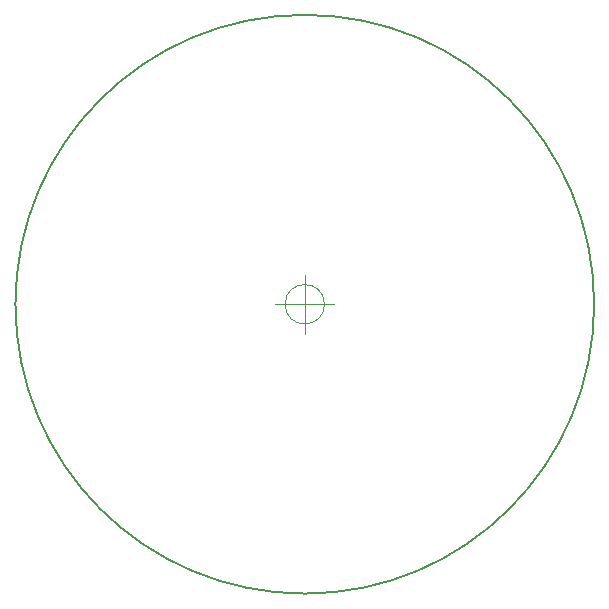
<source format=gbr>
%TF.GenerationSoftware,KiCad,Pcbnew,5.1.10*%
%TF.CreationDate,2022-04-07T14:12:36+02:00*%
%TF.ProjectId,breakoutPcb,62726561-6b6f-4757-9450-63622e6b6963,rev?*%
%TF.SameCoordinates,Original*%
%TF.FileFunction,Profile,NP*%
%FSLAX46Y46*%
G04 Gerber Fmt 4.6, Leading zero omitted, Abs format (unit mm)*
G04 Created by KiCad (PCBNEW 5.1.10) date 2022-04-07 14:12:36*
%MOMM*%
%LPD*%
G01*
G04 APERTURE LIST*
%TA.AperFunction,Profile*%
%ADD10C,0.050000*%
%TD*%
%TA.AperFunction,Profile*%
%ADD11C,0.150000*%
%TD*%
G04 APERTURE END LIST*
D10*
X77866666Y-76200000D02*
G75*
G03*
X77866666Y-76200000I-1666666J0D01*
G01*
X73700000Y-76200000D02*
X78700000Y-76200000D01*
X76200000Y-73700000D02*
X76200000Y-78700000D01*
D11*
X100700000Y-76200000D02*
G75*
G03*
X100700000Y-76200000I-24500000J0D01*
G01*
M02*

</source>
